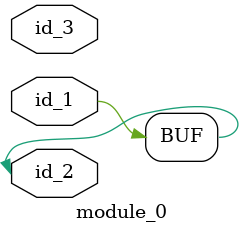
<source format=v>
module module_0 (
    id_1,
    id_2,
    id_3
);
  inout id_3;
  inout id_2;
  input id_1;
  assign id_2 = id_1;
endmodule

</source>
